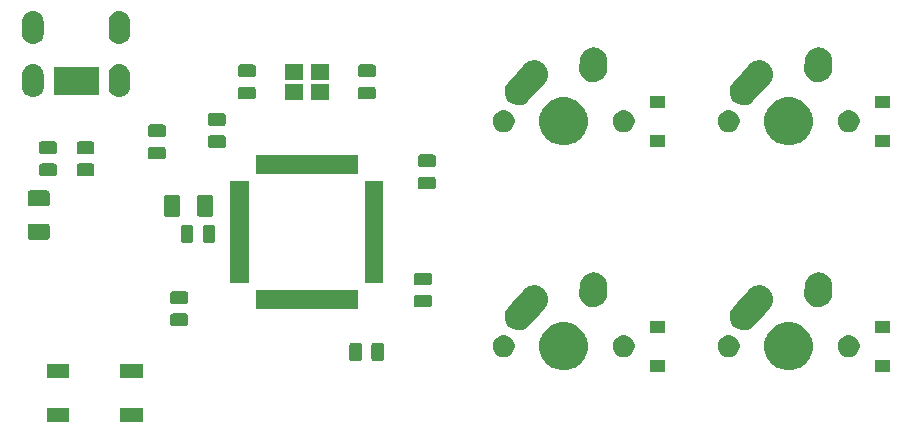
<source format=gbr>
G04 #@! TF.GenerationSoftware,KiCad,Pcbnew,(5.1.4)-1*
G04 #@! TF.CreationDate,2022-05-22T19:09:44+08:00*
G04 #@! TF.ProjectId,keyboard-pcb-tutorial,6b657962-6f61-4726-942d-7063622d7475,rev?*
G04 #@! TF.SameCoordinates,Original*
G04 #@! TF.FileFunction,Soldermask,Bot*
G04 #@! TF.FilePolarity,Negative*
%FSLAX46Y46*%
G04 Gerber Fmt 4.6, Leading zero omitted, Abs format (unit mm)*
G04 Created by KiCad (PCBNEW (5.1.4)-1) date 2022-05-22 19:09:44*
%MOMM*%
%LPD*%
G04 APERTURE LIST*
%ADD10C,0.100000*%
G04 APERTURE END LIST*
D10*
G36*
X104063500Y-117544750D02*
G01*
X102161500Y-117544750D01*
X102161500Y-116342750D01*
X104063500Y-116342750D01*
X104063500Y-117544750D01*
X104063500Y-117544750D01*
G37*
G36*
X97863500Y-117544750D02*
G01*
X95961500Y-117544750D01*
X95961500Y-116342750D01*
X97863500Y-116342750D01*
X97863500Y-117544750D01*
X97863500Y-117544750D01*
G37*
G36*
X97863500Y-113844750D02*
G01*
X95961500Y-113844750D01*
X95961500Y-112642750D01*
X97863500Y-112642750D01*
X97863500Y-113844750D01*
X97863500Y-113844750D01*
G37*
G36*
X104063500Y-113844750D02*
G01*
X102161500Y-113844750D01*
X102161500Y-112642750D01*
X104063500Y-112642750D01*
X104063500Y-113844750D01*
X104063500Y-113844750D01*
G37*
G36*
X167338500Y-113276000D02*
G01*
X166036500Y-113276000D01*
X166036500Y-112274000D01*
X167338500Y-112274000D01*
X167338500Y-113276000D01*
X167338500Y-113276000D01*
G37*
G36*
X148288500Y-113276000D02*
G01*
X146986500Y-113276000D01*
X146986500Y-112274000D01*
X148288500Y-112274000D01*
X148288500Y-113276000D01*
X148288500Y-113276000D01*
G37*
G36*
X140296474Y-109158684D02*
G01*
X140514474Y-109248983D01*
X140668623Y-109312833D01*
X141003548Y-109536623D01*
X141288377Y-109821452D01*
X141512167Y-110156377D01*
X141544562Y-110234586D01*
X141666316Y-110528526D01*
X141744900Y-110923594D01*
X141744900Y-111326406D01*
X141666316Y-111721474D01*
X141615451Y-111844272D01*
X141512167Y-112093623D01*
X141288377Y-112428548D01*
X141003548Y-112713377D01*
X140668623Y-112937167D01*
X140514474Y-113001017D01*
X140296474Y-113091316D01*
X139901406Y-113169900D01*
X139498594Y-113169900D01*
X139103526Y-113091316D01*
X138885526Y-113001017D01*
X138731377Y-112937167D01*
X138396452Y-112713377D01*
X138111623Y-112428548D01*
X137887833Y-112093623D01*
X137784549Y-111844272D01*
X137733684Y-111721474D01*
X137655100Y-111326406D01*
X137655100Y-110923594D01*
X137733684Y-110528526D01*
X137855438Y-110234586D01*
X137887833Y-110156377D01*
X138111623Y-109821452D01*
X138396452Y-109536623D01*
X138731377Y-109312833D01*
X138885526Y-109248983D01*
X139103526Y-109158684D01*
X139498594Y-109080100D01*
X139901406Y-109080100D01*
X140296474Y-109158684D01*
X140296474Y-109158684D01*
G37*
G36*
X159346474Y-109158684D02*
G01*
X159564474Y-109248983D01*
X159718623Y-109312833D01*
X160053548Y-109536623D01*
X160338377Y-109821452D01*
X160562167Y-110156377D01*
X160594562Y-110234586D01*
X160716316Y-110528526D01*
X160794900Y-110923594D01*
X160794900Y-111326406D01*
X160716316Y-111721474D01*
X160665451Y-111844272D01*
X160562167Y-112093623D01*
X160338377Y-112428548D01*
X160053548Y-112713377D01*
X159718623Y-112937167D01*
X159564474Y-113001017D01*
X159346474Y-113091316D01*
X158951406Y-113169900D01*
X158548594Y-113169900D01*
X158153526Y-113091316D01*
X157935526Y-113001017D01*
X157781377Y-112937167D01*
X157446452Y-112713377D01*
X157161623Y-112428548D01*
X156937833Y-112093623D01*
X156834549Y-111844272D01*
X156783684Y-111721474D01*
X156705100Y-111326406D01*
X156705100Y-110923594D01*
X156783684Y-110528526D01*
X156905438Y-110234586D01*
X156937833Y-110156377D01*
X157161623Y-109821452D01*
X157446452Y-109536623D01*
X157781377Y-109312833D01*
X157935526Y-109248983D01*
X158153526Y-109158684D01*
X158548594Y-109080100D01*
X158951406Y-109080100D01*
X159346474Y-109158684D01*
X159346474Y-109158684D01*
G37*
G36*
X122465718Y-110854815D02*
G01*
X122504388Y-110866546D01*
X122540027Y-110885596D01*
X122571267Y-110911233D01*
X122596904Y-110942473D01*
X122615954Y-110978112D01*
X122627685Y-111016782D01*
X122632250Y-111063138D01*
X122632250Y-112139362D01*
X122627685Y-112185718D01*
X122615954Y-112224388D01*
X122596904Y-112260027D01*
X122571267Y-112291267D01*
X122540027Y-112316904D01*
X122504388Y-112335954D01*
X122465718Y-112347685D01*
X122419362Y-112352250D01*
X121768138Y-112352250D01*
X121721782Y-112347685D01*
X121683112Y-112335954D01*
X121647473Y-112316904D01*
X121616233Y-112291267D01*
X121590596Y-112260027D01*
X121571546Y-112224388D01*
X121559815Y-112185718D01*
X121555250Y-112139362D01*
X121555250Y-111063138D01*
X121559815Y-111016782D01*
X121571546Y-110978112D01*
X121590596Y-110942473D01*
X121616233Y-110911233D01*
X121647473Y-110885596D01*
X121683112Y-110866546D01*
X121721782Y-110854815D01*
X121768138Y-110850250D01*
X122419362Y-110850250D01*
X122465718Y-110854815D01*
X122465718Y-110854815D01*
G37*
G36*
X124340718Y-110854815D02*
G01*
X124379388Y-110866546D01*
X124415027Y-110885596D01*
X124446267Y-110911233D01*
X124471904Y-110942473D01*
X124490954Y-110978112D01*
X124502685Y-111016782D01*
X124507250Y-111063138D01*
X124507250Y-112139362D01*
X124502685Y-112185718D01*
X124490954Y-112224388D01*
X124471904Y-112260027D01*
X124446267Y-112291267D01*
X124415027Y-112316904D01*
X124379388Y-112335954D01*
X124340718Y-112347685D01*
X124294362Y-112352250D01*
X123643138Y-112352250D01*
X123596782Y-112347685D01*
X123558112Y-112335954D01*
X123522473Y-112316904D01*
X123491233Y-112291267D01*
X123465596Y-112260027D01*
X123446546Y-112224388D01*
X123434815Y-112185718D01*
X123430250Y-112139362D01*
X123430250Y-111063138D01*
X123434815Y-111016782D01*
X123446546Y-110978112D01*
X123465596Y-110942473D01*
X123491233Y-110911233D01*
X123522473Y-110885596D01*
X123558112Y-110866546D01*
X123596782Y-110854815D01*
X123643138Y-110850250D01*
X124294362Y-110850250D01*
X124340718Y-110854815D01*
X124340718Y-110854815D01*
G37*
G36*
X134890104Y-110234585D02*
G01*
X135058626Y-110304389D01*
X135210291Y-110405728D01*
X135339272Y-110534709D01*
X135440611Y-110686374D01*
X135510415Y-110854896D01*
X135546000Y-111033797D01*
X135546000Y-111216203D01*
X135510415Y-111395104D01*
X135440611Y-111563626D01*
X135339272Y-111715291D01*
X135210291Y-111844272D01*
X135058626Y-111945611D01*
X134890104Y-112015415D01*
X134711203Y-112051000D01*
X134528797Y-112051000D01*
X134349896Y-112015415D01*
X134181374Y-111945611D01*
X134029709Y-111844272D01*
X133900728Y-111715291D01*
X133799389Y-111563626D01*
X133729585Y-111395104D01*
X133694000Y-111216203D01*
X133694000Y-111033797D01*
X133729585Y-110854896D01*
X133799389Y-110686374D01*
X133900728Y-110534709D01*
X134029709Y-110405728D01*
X134181374Y-110304389D01*
X134349896Y-110234585D01*
X134528797Y-110199000D01*
X134711203Y-110199000D01*
X134890104Y-110234585D01*
X134890104Y-110234585D01*
G37*
G36*
X145050104Y-110234585D02*
G01*
X145218626Y-110304389D01*
X145370291Y-110405728D01*
X145499272Y-110534709D01*
X145600611Y-110686374D01*
X145670415Y-110854896D01*
X145706000Y-111033797D01*
X145706000Y-111216203D01*
X145670415Y-111395104D01*
X145600611Y-111563626D01*
X145499272Y-111715291D01*
X145370291Y-111844272D01*
X145218626Y-111945611D01*
X145050104Y-112015415D01*
X144871203Y-112051000D01*
X144688797Y-112051000D01*
X144509896Y-112015415D01*
X144341374Y-111945611D01*
X144189709Y-111844272D01*
X144060728Y-111715291D01*
X143959389Y-111563626D01*
X143889585Y-111395104D01*
X143854000Y-111216203D01*
X143854000Y-111033797D01*
X143889585Y-110854896D01*
X143959389Y-110686374D01*
X144060728Y-110534709D01*
X144189709Y-110405728D01*
X144341374Y-110304389D01*
X144509896Y-110234585D01*
X144688797Y-110199000D01*
X144871203Y-110199000D01*
X145050104Y-110234585D01*
X145050104Y-110234585D01*
G37*
G36*
X164100104Y-110234585D02*
G01*
X164268626Y-110304389D01*
X164420291Y-110405728D01*
X164549272Y-110534709D01*
X164650611Y-110686374D01*
X164720415Y-110854896D01*
X164756000Y-111033797D01*
X164756000Y-111216203D01*
X164720415Y-111395104D01*
X164650611Y-111563626D01*
X164549272Y-111715291D01*
X164420291Y-111844272D01*
X164268626Y-111945611D01*
X164100104Y-112015415D01*
X163921203Y-112051000D01*
X163738797Y-112051000D01*
X163559896Y-112015415D01*
X163391374Y-111945611D01*
X163239709Y-111844272D01*
X163110728Y-111715291D01*
X163009389Y-111563626D01*
X162939585Y-111395104D01*
X162904000Y-111216203D01*
X162904000Y-111033797D01*
X162939585Y-110854896D01*
X163009389Y-110686374D01*
X163110728Y-110534709D01*
X163239709Y-110405728D01*
X163391374Y-110304389D01*
X163559896Y-110234585D01*
X163738797Y-110199000D01*
X163921203Y-110199000D01*
X164100104Y-110234585D01*
X164100104Y-110234585D01*
G37*
G36*
X153940104Y-110234585D02*
G01*
X154108626Y-110304389D01*
X154260291Y-110405728D01*
X154389272Y-110534709D01*
X154490611Y-110686374D01*
X154560415Y-110854896D01*
X154596000Y-111033797D01*
X154596000Y-111216203D01*
X154560415Y-111395104D01*
X154490611Y-111563626D01*
X154389272Y-111715291D01*
X154260291Y-111844272D01*
X154108626Y-111945611D01*
X153940104Y-112015415D01*
X153761203Y-112051000D01*
X153578797Y-112051000D01*
X153399896Y-112015415D01*
X153231374Y-111945611D01*
X153079709Y-111844272D01*
X152950728Y-111715291D01*
X152849389Y-111563626D01*
X152779585Y-111395104D01*
X152744000Y-111216203D01*
X152744000Y-111033797D01*
X152779585Y-110854896D01*
X152849389Y-110686374D01*
X152950728Y-110534709D01*
X153079709Y-110405728D01*
X153231374Y-110304389D01*
X153399896Y-110234585D01*
X153578797Y-110199000D01*
X153761203Y-110199000D01*
X153940104Y-110234585D01*
X153940104Y-110234585D01*
G37*
G36*
X167338500Y-109976000D02*
G01*
X166036500Y-109976000D01*
X166036500Y-108974000D01*
X167338500Y-108974000D01*
X167338500Y-109976000D01*
X167338500Y-109976000D01*
G37*
G36*
X148288500Y-109976000D02*
G01*
X146986500Y-109976000D01*
X146986500Y-108974000D01*
X148288500Y-108974000D01*
X148288500Y-109976000D01*
X148288500Y-109976000D01*
G37*
G36*
X156273205Y-105948881D02*
G01*
X156278645Y-105949000D01*
X156365828Y-105949000D01*
X156382097Y-105952236D01*
X156400956Y-105954515D01*
X156417532Y-105955246D01*
X156502223Y-105976010D01*
X156507518Y-105977184D01*
X156593027Y-105994193D01*
X156608362Y-106000545D01*
X156626401Y-106006455D01*
X156642521Y-106010407D01*
X156721504Y-106047280D01*
X156726494Y-106049477D01*
X156807045Y-106082842D01*
X156820841Y-106092060D01*
X156837393Y-106101382D01*
X156852426Y-106108400D01*
X156922694Y-106159971D01*
X156927192Y-106163122D01*
X156999656Y-106211541D01*
X157011383Y-106223268D01*
X157025809Y-106235648D01*
X157039179Y-106245461D01*
X157039180Y-106245462D01*
X157098021Y-106309733D01*
X157101829Y-106313714D01*
X157163459Y-106375344D01*
X157172674Y-106389135D01*
X157184396Y-106404078D01*
X157195605Y-106416321D01*
X157240799Y-106490874D01*
X157243746Y-106495501D01*
X157292158Y-106567955D01*
X157298505Y-106583277D01*
X157307092Y-106600231D01*
X157315691Y-106614417D01*
X157345478Y-106696368D01*
X157347452Y-106701448D01*
X157380807Y-106781973D01*
X157380807Y-106781974D01*
X157384041Y-106798233D01*
X157389158Y-106816542D01*
X157394825Y-106832134D01*
X157408055Y-106918345D01*
X157409001Y-106923713D01*
X157426000Y-107009173D01*
X157426000Y-107025752D01*
X157427444Y-107044692D01*
X157429963Y-107061104D01*
X157426120Y-107148249D01*
X157426000Y-107153689D01*
X157426000Y-107240825D01*
X157422766Y-107257083D01*
X157420488Y-107275941D01*
X157419756Y-107292531D01*
X157398988Y-107377237D01*
X157397812Y-107382537D01*
X157380807Y-107468027D01*
X157374457Y-107483357D01*
X157368549Y-107501393D01*
X157364595Y-107517520D01*
X157327711Y-107596526D01*
X157325511Y-107601523D01*
X157292158Y-107682045D01*
X157282944Y-107695835D01*
X157273622Y-107712387D01*
X157266602Y-107727424D01*
X157215011Y-107797720D01*
X157211866Y-107802210D01*
X157163461Y-107874654D01*
X157106460Y-107931655D01*
X157101811Y-107936563D01*
X156717125Y-108365296D01*
X155776723Y-109413376D01*
X155648679Y-109530602D01*
X155549630Y-109590646D01*
X155450583Y-109650689D01*
X155232866Y-109729823D01*
X155003895Y-109764961D01*
X154772470Y-109754754D01*
X154547481Y-109699593D01*
X154442727Y-109650689D01*
X154337579Y-109601602D01*
X154240838Y-109530602D01*
X154150823Y-109464539D01*
X154073997Y-109380623D01*
X153994398Y-109293679D01*
X153912564Y-109158685D01*
X153874311Y-109095583D01*
X153795177Y-108877866D01*
X153760039Y-108648895D01*
X153770246Y-108417470D01*
X153825407Y-108192481D01*
X153876972Y-108082028D01*
X153923398Y-107982580D01*
X153923400Y-107982577D01*
X154026114Y-107842622D01*
X154805147Y-106974388D01*
X155312787Y-106408621D01*
X155323681Y-106394589D01*
X155336539Y-106375346D01*
X155393573Y-106318312D01*
X155398223Y-106313403D01*
X155413278Y-106296624D01*
X155434701Y-106277011D01*
X155438682Y-106273203D01*
X155500346Y-106211539D01*
X155514143Y-106202320D01*
X155529102Y-106190585D01*
X155541321Y-106179398D01*
X155573385Y-106159961D01*
X155615830Y-106134231D01*
X155620421Y-106131308D01*
X155692955Y-106082842D01*
X155708300Y-106076486D01*
X155725248Y-106067901D01*
X155739416Y-106059312D01*
X155739417Y-106059312D01*
X155739418Y-106059311D01*
X155821312Y-106029545D01*
X155826410Y-106027563D01*
X155906973Y-105994193D01*
X155923252Y-105990955D01*
X155941542Y-105985844D01*
X155957135Y-105980177D01*
X156043300Y-105966954D01*
X156048663Y-105966009D01*
X156134173Y-105949000D01*
X156150766Y-105949000D01*
X156169709Y-105947555D01*
X156186106Y-105945039D01*
X156273205Y-105948881D01*
X156273205Y-105948881D01*
G37*
G36*
X137223205Y-105948881D02*
G01*
X137228645Y-105949000D01*
X137315828Y-105949000D01*
X137332097Y-105952236D01*
X137350956Y-105954515D01*
X137367532Y-105955246D01*
X137452223Y-105976010D01*
X137457518Y-105977184D01*
X137543027Y-105994193D01*
X137558362Y-106000545D01*
X137576401Y-106006455D01*
X137592521Y-106010407D01*
X137671504Y-106047280D01*
X137676494Y-106049477D01*
X137757045Y-106082842D01*
X137770841Y-106092060D01*
X137787393Y-106101382D01*
X137802426Y-106108400D01*
X137872694Y-106159971D01*
X137877192Y-106163122D01*
X137949656Y-106211541D01*
X137961383Y-106223268D01*
X137975809Y-106235648D01*
X137989179Y-106245461D01*
X137989180Y-106245462D01*
X138048021Y-106309733D01*
X138051829Y-106313714D01*
X138113459Y-106375344D01*
X138122674Y-106389135D01*
X138134396Y-106404078D01*
X138145605Y-106416321D01*
X138190799Y-106490874D01*
X138193746Y-106495501D01*
X138242158Y-106567955D01*
X138248505Y-106583277D01*
X138257092Y-106600231D01*
X138265691Y-106614417D01*
X138295478Y-106696368D01*
X138297452Y-106701448D01*
X138330807Y-106781973D01*
X138330807Y-106781974D01*
X138334041Y-106798233D01*
X138339158Y-106816542D01*
X138344825Y-106832134D01*
X138358055Y-106918345D01*
X138359001Y-106923713D01*
X138376000Y-107009173D01*
X138376000Y-107025752D01*
X138377444Y-107044692D01*
X138379963Y-107061104D01*
X138376120Y-107148249D01*
X138376000Y-107153689D01*
X138376000Y-107240825D01*
X138372766Y-107257083D01*
X138370488Y-107275941D01*
X138369756Y-107292531D01*
X138348988Y-107377237D01*
X138347812Y-107382537D01*
X138330807Y-107468027D01*
X138324457Y-107483357D01*
X138318549Y-107501393D01*
X138314595Y-107517520D01*
X138277711Y-107596526D01*
X138275511Y-107601523D01*
X138242158Y-107682045D01*
X138232944Y-107695835D01*
X138223622Y-107712387D01*
X138216602Y-107727424D01*
X138165011Y-107797720D01*
X138161866Y-107802210D01*
X138113461Y-107874654D01*
X138056460Y-107931655D01*
X138051811Y-107936563D01*
X137667125Y-108365296D01*
X136726723Y-109413376D01*
X136598679Y-109530602D01*
X136499630Y-109590646D01*
X136400583Y-109650689D01*
X136182866Y-109729823D01*
X135953895Y-109764961D01*
X135722470Y-109754754D01*
X135497481Y-109699593D01*
X135392727Y-109650689D01*
X135287579Y-109601602D01*
X135190838Y-109530602D01*
X135100823Y-109464539D01*
X135023997Y-109380623D01*
X134944398Y-109293679D01*
X134862564Y-109158685D01*
X134824311Y-109095583D01*
X134745177Y-108877866D01*
X134710039Y-108648895D01*
X134720246Y-108417470D01*
X134775407Y-108192481D01*
X134826972Y-108082028D01*
X134873398Y-107982580D01*
X134873400Y-107982577D01*
X134976114Y-107842622D01*
X135755147Y-106974388D01*
X136262787Y-106408621D01*
X136273681Y-106394589D01*
X136286539Y-106375346D01*
X136343573Y-106318312D01*
X136348223Y-106313403D01*
X136363278Y-106296624D01*
X136384701Y-106277011D01*
X136388682Y-106273203D01*
X136450346Y-106211539D01*
X136464143Y-106202320D01*
X136479102Y-106190585D01*
X136491321Y-106179398D01*
X136523385Y-106159961D01*
X136565830Y-106134231D01*
X136570421Y-106131308D01*
X136642955Y-106082842D01*
X136658300Y-106076486D01*
X136675248Y-106067901D01*
X136689416Y-106059312D01*
X136689417Y-106059312D01*
X136689418Y-106059311D01*
X136771312Y-106029545D01*
X136776410Y-106027563D01*
X136856973Y-105994193D01*
X136873252Y-105990955D01*
X136891542Y-105985844D01*
X136907135Y-105980177D01*
X136993300Y-105966954D01*
X136998663Y-105966009D01*
X137084173Y-105949000D01*
X137100766Y-105949000D01*
X137119709Y-105947555D01*
X137136106Y-105945039D01*
X137223205Y-105948881D01*
X137223205Y-105948881D01*
G37*
G36*
X107740718Y-108353565D02*
G01*
X107779388Y-108365296D01*
X107815027Y-108384346D01*
X107846267Y-108409983D01*
X107871904Y-108441223D01*
X107890954Y-108476862D01*
X107902685Y-108515532D01*
X107907250Y-108561888D01*
X107907250Y-109213112D01*
X107902685Y-109259468D01*
X107890954Y-109298138D01*
X107871904Y-109333777D01*
X107846267Y-109365017D01*
X107815027Y-109390654D01*
X107779388Y-109409704D01*
X107740718Y-109421435D01*
X107694362Y-109426000D01*
X106618138Y-109426000D01*
X106571782Y-109421435D01*
X106533112Y-109409704D01*
X106497473Y-109390654D01*
X106466233Y-109365017D01*
X106440596Y-109333777D01*
X106421546Y-109298138D01*
X106409815Y-109259468D01*
X106405250Y-109213112D01*
X106405250Y-108561888D01*
X106409815Y-108515532D01*
X106421546Y-108476862D01*
X106440596Y-108441223D01*
X106466233Y-108409983D01*
X106497473Y-108384346D01*
X106533112Y-108365296D01*
X106571782Y-108353565D01*
X106618138Y-108349000D01*
X107694362Y-108349000D01*
X107740718Y-108353565D01*
X107740718Y-108353565D01*
G37*
G36*
X122277250Y-107942250D02*
G01*
X113625250Y-107942250D01*
X113625250Y-106340250D01*
X122277250Y-106340250D01*
X122277250Y-107942250D01*
X122277250Y-107942250D01*
G37*
G36*
X128378218Y-106766065D02*
G01*
X128416888Y-106777796D01*
X128452527Y-106796846D01*
X128483767Y-106822483D01*
X128509404Y-106853723D01*
X128528454Y-106889362D01*
X128540185Y-106928032D01*
X128544750Y-106974388D01*
X128544750Y-107625612D01*
X128540185Y-107671968D01*
X128528454Y-107710638D01*
X128509404Y-107746277D01*
X128483767Y-107777517D01*
X128452527Y-107803154D01*
X128416888Y-107822204D01*
X128378218Y-107833935D01*
X128331862Y-107838500D01*
X127255638Y-107838500D01*
X127209282Y-107833935D01*
X127170612Y-107822204D01*
X127134973Y-107803154D01*
X127103733Y-107777517D01*
X127078096Y-107746277D01*
X127059046Y-107710638D01*
X127047315Y-107671968D01*
X127042750Y-107625612D01*
X127042750Y-106974388D01*
X127047315Y-106928032D01*
X127059046Y-106889362D01*
X127078096Y-106853723D01*
X127103733Y-106822483D01*
X127134973Y-106796846D01*
X127170612Y-106777796D01*
X127209282Y-106766065D01*
X127255638Y-106761500D01*
X128331862Y-106761500D01*
X128378218Y-106766065D01*
X128378218Y-106766065D01*
G37*
G36*
X142328127Y-104867261D02*
G01*
X142348900Y-104869000D01*
X142355827Y-104869000D01*
X142450754Y-104887882D01*
X142454348Y-104888542D01*
X142549730Y-104904624D01*
X142556203Y-104907085D01*
X142576228Y-104912841D01*
X142583027Y-104914193D01*
X142625720Y-104931877D01*
X142672443Y-104951230D01*
X142675844Y-104952581D01*
X142766255Y-104986961D01*
X142772127Y-104990640D01*
X142790636Y-105000187D01*
X142797045Y-105002842D01*
X142877563Y-105056642D01*
X142880554Y-105058578D01*
X142962557Y-105109959D01*
X142967584Y-105114700D01*
X142983896Y-105127691D01*
X142989652Y-105131537D01*
X143058110Y-105199995D01*
X143060689Y-105202499D01*
X143131090Y-105268889D01*
X143135095Y-105274519D01*
X143148559Y-105290444D01*
X143153459Y-105295344D01*
X143207244Y-105375839D01*
X143209291Y-105378807D01*
X143265380Y-105457645D01*
X143268214Y-105463958D01*
X143278308Y-105482193D01*
X143282158Y-105487955D01*
X143319220Y-105577430D01*
X143320624Y-105580685D01*
X143360265Y-105668973D01*
X143361815Y-105675725D01*
X143368152Y-105695562D01*
X143370807Y-105701973D01*
X143383791Y-105767250D01*
X143389692Y-105796917D01*
X143390438Y-105800401D01*
X143412098Y-105894751D01*
X143412098Y-105894754D01*
X143412300Y-105901654D01*
X143414647Y-105922370D01*
X143416000Y-105929174D01*
X143416000Y-106025986D01*
X143416053Y-106029584D01*
X143417188Y-106068277D01*
X143416295Y-106081225D01*
X143416000Y-106089797D01*
X143416000Y-106160826D01*
X143410081Y-106190585D01*
X143409604Y-106192979D01*
X143407500Y-106208750D01*
X143369238Y-106763545D01*
X143340376Y-106934730D01*
X143258038Y-107151255D01*
X143135041Y-107347557D01*
X142976111Y-107516090D01*
X142787355Y-107650380D01*
X142576027Y-107745265D01*
X142350249Y-107797098D01*
X142118698Y-107803889D01*
X142118697Y-107803889D01*
X142054843Y-107793123D01*
X141890270Y-107765376D01*
X141673745Y-107683038D01*
X141477443Y-107560041D01*
X141308910Y-107401111D01*
X141174620Y-107212355D01*
X141079735Y-107001027D01*
X141027902Y-106775249D01*
X141022812Y-106601723D01*
X141063704Y-106008794D01*
X141064000Y-106000196D01*
X141064000Y-105929175D01*
X141068519Y-105906455D01*
X141082888Y-105834219D01*
X141083544Y-105830645D01*
X141089231Y-105796917D01*
X141099624Y-105735270D01*
X141102085Y-105728799D01*
X141107842Y-105708767D01*
X141109193Y-105701974D01*
X141112392Y-105694250D01*
X141146264Y-105612476D01*
X141147553Y-105609230D01*
X141181962Y-105518745D01*
X141185636Y-105512881D01*
X141195187Y-105494365D01*
X141197842Y-105487955D01*
X141251657Y-105407415D01*
X141253577Y-105404449D01*
X141304959Y-105322443D01*
X141309711Y-105317404D01*
X141322689Y-105301107D01*
X141326537Y-105295348D01*
X141394993Y-105226892D01*
X141397546Y-105224262D01*
X141418023Y-105202548D01*
X141463889Y-105153910D01*
X141469521Y-105149903D01*
X141485447Y-105136438D01*
X141490346Y-105131539D01*
X141570824Y-105077766D01*
X141573806Y-105075710D01*
X141652645Y-105019620D01*
X141658955Y-105016787D01*
X141677194Y-105006691D01*
X141682951Y-105002844D01*
X141682954Y-105002843D01*
X141682955Y-105002842D01*
X141772429Y-104965781D01*
X141775687Y-104964375D01*
X141863973Y-104924735D01*
X141870725Y-104923185D01*
X141890562Y-104916848D01*
X141896973Y-104914193D01*
X141991899Y-104895311D01*
X141995446Y-104894551D01*
X142089751Y-104872901D01*
X142092130Y-104872831D01*
X142096665Y-104872698D01*
X142117381Y-104870351D01*
X142124174Y-104869000D01*
X142220959Y-104869000D01*
X142224584Y-104868947D01*
X142321302Y-104866110D01*
X142328127Y-104867261D01*
X142328127Y-104867261D01*
G37*
G36*
X161378127Y-104867261D02*
G01*
X161398900Y-104869000D01*
X161405827Y-104869000D01*
X161500754Y-104887882D01*
X161504348Y-104888542D01*
X161599730Y-104904624D01*
X161606203Y-104907085D01*
X161626228Y-104912841D01*
X161633027Y-104914193D01*
X161675720Y-104931877D01*
X161722443Y-104951230D01*
X161725844Y-104952581D01*
X161816255Y-104986961D01*
X161822127Y-104990640D01*
X161840636Y-105000187D01*
X161847045Y-105002842D01*
X161927563Y-105056642D01*
X161930554Y-105058578D01*
X162012557Y-105109959D01*
X162017584Y-105114700D01*
X162033896Y-105127691D01*
X162039652Y-105131537D01*
X162108110Y-105199995D01*
X162110689Y-105202499D01*
X162181090Y-105268889D01*
X162185095Y-105274519D01*
X162198559Y-105290444D01*
X162203459Y-105295344D01*
X162257244Y-105375839D01*
X162259291Y-105378807D01*
X162315380Y-105457645D01*
X162318214Y-105463958D01*
X162328308Y-105482193D01*
X162332158Y-105487955D01*
X162369220Y-105577430D01*
X162370624Y-105580685D01*
X162410265Y-105668973D01*
X162411815Y-105675725D01*
X162418152Y-105695562D01*
X162420807Y-105701973D01*
X162433791Y-105767250D01*
X162439692Y-105796917D01*
X162440438Y-105800401D01*
X162462098Y-105894751D01*
X162462098Y-105894754D01*
X162462300Y-105901654D01*
X162464647Y-105922370D01*
X162466000Y-105929174D01*
X162466000Y-106025986D01*
X162466053Y-106029584D01*
X162467188Y-106068277D01*
X162466295Y-106081225D01*
X162466000Y-106089797D01*
X162466000Y-106160826D01*
X162460081Y-106190585D01*
X162459604Y-106192979D01*
X162457500Y-106208750D01*
X162419238Y-106763545D01*
X162390376Y-106934730D01*
X162308038Y-107151255D01*
X162185041Y-107347557D01*
X162026111Y-107516090D01*
X161837355Y-107650380D01*
X161626027Y-107745265D01*
X161400249Y-107797098D01*
X161168698Y-107803889D01*
X161168697Y-107803889D01*
X161104843Y-107793123D01*
X160940270Y-107765376D01*
X160723745Y-107683038D01*
X160527443Y-107560041D01*
X160358910Y-107401111D01*
X160224620Y-107212355D01*
X160129735Y-107001027D01*
X160077902Y-106775249D01*
X160072812Y-106601723D01*
X160113704Y-106008794D01*
X160114000Y-106000196D01*
X160114000Y-105929175D01*
X160118519Y-105906455D01*
X160132888Y-105834219D01*
X160133544Y-105830645D01*
X160139231Y-105796917D01*
X160149624Y-105735270D01*
X160152085Y-105728799D01*
X160157842Y-105708767D01*
X160159193Y-105701974D01*
X160162392Y-105694250D01*
X160196264Y-105612476D01*
X160197553Y-105609230D01*
X160231962Y-105518745D01*
X160235636Y-105512881D01*
X160245187Y-105494365D01*
X160247842Y-105487955D01*
X160301657Y-105407415D01*
X160303577Y-105404449D01*
X160354959Y-105322443D01*
X160359711Y-105317404D01*
X160372689Y-105301107D01*
X160376537Y-105295348D01*
X160444993Y-105226892D01*
X160447546Y-105224262D01*
X160468023Y-105202548D01*
X160513889Y-105153910D01*
X160519521Y-105149903D01*
X160535447Y-105136438D01*
X160540346Y-105131539D01*
X160620824Y-105077766D01*
X160623806Y-105075710D01*
X160702645Y-105019620D01*
X160708955Y-105016787D01*
X160727194Y-105006691D01*
X160732951Y-105002844D01*
X160732954Y-105002843D01*
X160732955Y-105002842D01*
X160822429Y-104965781D01*
X160825687Y-104964375D01*
X160913973Y-104924735D01*
X160920725Y-104923185D01*
X160940562Y-104916848D01*
X160946973Y-104914193D01*
X161041899Y-104895311D01*
X161045446Y-104894551D01*
X161139751Y-104872901D01*
X161142130Y-104872831D01*
X161146665Y-104872698D01*
X161167381Y-104870351D01*
X161174174Y-104869000D01*
X161270959Y-104869000D01*
X161274584Y-104868947D01*
X161371302Y-104866110D01*
X161378127Y-104867261D01*
X161378127Y-104867261D01*
G37*
G36*
X107740718Y-106478565D02*
G01*
X107779388Y-106490296D01*
X107815027Y-106509346D01*
X107846267Y-106534983D01*
X107871904Y-106566223D01*
X107890954Y-106601862D01*
X107902685Y-106640532D01*
X107907250Y-106686888D01*
X107907250Y-107338112D01*
X107902685Y-107384468D01*
X107890954Y-107423138D01*
X107871904Y-107458777D01*
X107846267Y-107490017D01*
X107815027Y-107515654D01*
X107779388Y-107534704D01*
X107740718Y-107546435D01*
X107694362Y-107551000D01*
X106618138Y-107551000D01*
X106571782Y-107546435D01*
X106533112Y-107534704D01*
X106497473Y-107515654D01*
X106466233Y-107490017D01*
X106440596Y-107458777D01*
X106421546Y-107423138D01*
X106409815Y-107384468D01*
X106405250Y-107338112D01*
X106405250Y-106686888D01*
X106409815Y-106640532D01*
X106421546Y-106601862D01*
X106440596Y-106566223D01*
X106466233Y-106534983D01*
X106497473Y-106509346D01*
X106533112Y-106490296D01*
X106571782Y-106478565D01*
X106618138Y-106474000D01*
X107694362Y-106474000D01*
X107740718Y-106478565D01*
X107740718Y-106478565D01*
G37*
G36*
X128378218Y-104891065D02*
G01*
X128416888Y-104902796D01*
X128452527Y-104921846D01*
X128483767Y-104947483D01*
X128509404Y-104978723D01*
X128528454Y-105014362D01*
X128540185Y-105053032D01*
X128544750Y-105099388D01*
X128544750Y-105750612D01*
X128540185Y-105796968D01*
X128528454Y-105835638D01*
X128509404Y-105871277D01*
X128483767Y-105902517D01*
X128452527Y-105928154D01*
X128416888Y-105947204D01*
X128378218Y-105958935D01*
X128331862Y-105963500D01*
X127255638Y-105963500D01*
X127209282Y-105958935D01*
X127170612Y-105947204D01*
X127134973Y-105928154D01*
X127103733Y-105902517D01*
X127078096Y-105871277D01*
X127059046Y-105835638D01*
X127047315Y-105796968D01*
X127042750Y-105750612D01*
X127042750Y-105099388D01*
X127047315Y-105053032D01*
X127059046Y-105014362D01*
X127078096Y-104978723D01*
X127103733Y-104947483D01*
X127134973Y-104921846D01*
X127170612Y-104902796D01*
X127209282Y-104891065D01*
X127255638Y-104886500D01*
X128331862Y-104886500D01*
X128378218Y-104891065D01*
X128378218Y-104891065D01*
G37*
G36*
X113052250Y-105767250D02*
G01*
X111450250Y-105767250D01*
X111450250Y-97115250D01*
X113052250Y-97115250D01*
X113052250Y-105767250D01*
X113052250Y-105767250D01*
G37*
G36*
X124452250Y-105767250D02*
G01*
X122850250Y-105767250D01*
X122850250Y-97115250D01*
X124452250Y-97115250D01*
X124452250Y-105767250D01*
X124452250Y-105767250D01*
G37*
G36*
X108178218Y-100853565D02*
G01*
X108216888Y-100865296D01*
X108252527Y-100884346D01*
X108283767Y-100909983D01*
X108309404Y-100941223D01*
X108328454Y-100976862D01*
X108340185Y-101015532D01*
X108344750Y-101061888D01*
X108344750Y-102138112D01*
X108340185Y-102184468D01*
X108328454Y-102223138D01*
X108309404Y-102258777D01*
X108283767Y-102290017D01*
X108252527Y-102315654D01*
X108216888Y-102334704D01*
X108178218Y-102346435D01*
X108131862Y-102351000D01*
X107480638Y-102351000D01*
X107434282Y-102346435D01*
X107395612Y-102334704D01*
X107359973Y-102315654D01*
X107328733Y-102290017D01*
X107303096Y-102258777D01*
X107284046Y-102223138D01*
X107272315Y-102184468D01*
X107267750Y-102138112D01*
X107267750Y-101061888D01*
X107272315Y-101015532D01*
X107284046Y-100976862D01*
X107303096Y-100941223D01*
X107328733Y-100909983D01*
X107359973Y-100884346D01*
X107395612Y-100865296D01*
X107434282Y-100853565D01*
X107480638Y-100849000D01*
X108131862Y-100849000D01*
X108178218Y-100853565D01*
X108178218Y-100853565D01*
G37*
G36*
X110053218Y-100853565D02*
G01*
X110091888Y-100865296D01*
X110127527Y-100884346D01*
X110158767Y-100909983D01*
X110184404Y-100941223D01*
X110203454Y-100976862D01*
X110215185Y-101015532D01*
X110219750Y-101061888D01*
X110219750Y-102138112D01*
X110215185Y-102184468D01*
X110203454Y-102223138D01*
X110184404Y-102258777D01*
X110158767Y-102290017D01*
X110127527Y-102315654D01*
X110091888Y-102334704D01*
X110053218Y-102346435D01*
X110006862Y-102351000D01*
X109355638Y-102351000D01*
X109309282Y-102346435D01*
X109270612Y-102334704D01*
X109234973Y-102315654D01*
X109203733Y-102290017D01*
X109178096Y-102258777D01*
X109159046Y-102223138D01*
X109147315Y-102184468D01*
X109142750Y-102138112D01*
X109142750Y-101061888D01*
X109147315Y-101015532D01*
X109159046Y-100976862D01*
X109178096Y-100941223D01*
X109203733Y-100909983D01*
X109234973Y-100884346D01*
X109270612Y-100865296D01*
X109309282Y-100853565D01*
X109355638Y-100849000D01*
X110006862Y-100849000D01*
X110053218Y-100853565D01*
X110053218Y-100853565D01*
G37*
G36*
X96018604Y-100740847D02*
G01*
X96055144Y-100751932D01*
X96088821Y-100769933D01*
X96118341Y-100794159D01*
X96142567Y-100823679D01*
X96160568Y-100857356D01*
X96171653Y-100893896D01*
X96176000Y-100938038D01*
X96176000Y-101886962D01*
X96171653Y-101931104D01*
X96160568Y-101967644D01*
X96142567Y-102001321D01*
X96118341Y-102030841D01*
X96088821Y-102055067D01*
X96055144Y-102073068D01*
X96018604Y-102084153D01*
X95974462Y-102088500D01*
X94525538Y-102088500D01*
X94481396Y-102084153D01*
X94444856Y-102073068D01*
X94411179Y-102055067D01*
X94381659Y-102030841D01*
X94357433Y-102001321D01*
X94339432Y-101967644D01*
X94328347Y-101931104D01*
X94324000Y-101886962D01*
X94324000Y-100938038D01*
X94328347Y-100893896D01*
X94339432Y-100857356D01*
X94357433Y-100823679D01*
X94381659Y-100794159D01*
X94411179Y-100769933D01*
X94444856Y-100751932D01*
X94481396Y-100740847D01*
X94525538Y-100736500D01*
X95974462Y-100736500D01*
X96018604Y-100740847D01*
X96018604Y-100740847D01*
G37*
G36*
X109868604Y-98297097D02*
G01*
X109905144Y-98308182D01*
X109938821Y-98326183D01*
X109968341Y-98350409D01*
X109992567Y-98379929D01*
X110010568Y-98413606D01*
X110021653Y-98450146D01*
X110026000Y-98494288D01*
X110026000Y-99943212D01*
X110021653Y-99987354D01*
X110010568Y-100023894D01*
X109992567Y-100057571D01*
X109968341Y-100087091D01*
X109938821Y-100111317D01*
X109905144Y-100129318D01*
X109868604Y-100140403D01*
X109824462Y-100144750D01*
X108875538Y-100144750D01*
X108831396Y-100140403D01*
X108794856Y-100129318D01*
X108761179Y-100111317D01*
X108731659Y-100087091D01*
X108707433Y-100057571D01*
X108689432Y-100023894D01*
X108678347Y-99987354D01*
X108674000Y-99943212D01*
X108674000Y-98494288D01*
X108678347Y-98450146D01*
X108689432Y-98413606D01*
X108707433Y-98379929D01*
X108731659Y-98350409D01*
X108761179Y-98326183D01*
X108794856Y-98308182D01*
X108831396Y-98297097D01*
X108875538Y-98292750D01*
X109824462Y-98292750D01*
X109868604Y-98297097D01*
X109868604Y-98297097D01*
G37*
G36*
X107068604Y-98297097D02*
G01*
X107105144Y-98308182D01*
X107138821Y-98326183D01*
X107168341Y-98350409D01*
X107192567Y-98379929D01*
X107210568Y-98413606D01*
X107221653Y-98450146D01*
X107226000Y-98494288D01*
X107226000Y-99943212D01*
X107221653Y-99987354D01*
X107210568Y-100023894D01*
X107192567Y-100057571D01*
X107168341Y-100087091D01*
X107138821Y-100111317D01*
X107105144Y-100129318D01*
X107068604Y-100140403D01*
X107024462Y-100144750D01*
X106075538Y-100144750D01*
X106031396Y-100140403D01*
X105994856Y-100129318D01*
X105961179Y-100111317D01*
X105931659Y-100087091D01*
X105907433Y-100057571D01*
X105889432Y-100023894D01*
X105878347Y-99987354D01*
X105874000Y-99943212D01*
X105874000Y-98494288D01*
X105878347Y-98450146D01*
X105889432Y-98413606D01*
X105907433Y-98379929D01*
X105931659Y-98350409D01*
X105961179Y-98326183D01*
X105994856Y-98308182D01*
X106031396Y-98297097D01*
X106075538Y-98292750D01*
X107024462Y-98292750D01*
X107068604Y-98297097D01*
X107068604Y-98297097D01*
G37*
G36*
X96018604Y-97940847D02*
G01*
X96055144Y-97951932D01*
X96088821Y-97969933D01*
X96118341Y-97994159D01*
X96142567Y-98023679D01*
X96160568Y-98057356D01*
X96171653Y-98093896D01*
X96176000Y-98138038D01*
X96176000Y-99086962D01*
X96171653Y-99131104D01*
X96160568Y-99167644D01*
X96142567Y-99201321D01*
X96118341Y-99230841D01*
X96088821Y-99255067D01*
X96055144Y-99273068D01*
X96018604Y-99284153D01*
X95974462Y-99288500D01*
X94525538Y-99288500D01*
X94481396Y-99284153D01*
X94444856Y-99273068D01*
X94411179Y-99255067D01*
X94381659Y-99230841D01*
X94357433Y-99201321D01*
X94339432Y-99167644D01*
X94328347Y-99131104D01*
X94324000Y-99086962D01*
X94324000Y-98138038D01*
X94328347Y-98093896D01*
X94339432Y-98057356D01*
X94357433Y-98023679D01*
X94381659Y-97994159D01*
X94411179Y-97969933D01*
X94444856Y-97951932D01*
X94481396Y-97940847D01*
X94525538Y-97936500D01*
X95974462Y-97936500D01*
X96018604Y-97940847D01*
X96018604Y-97940847D01*
G37*
G36*
X128695718Y-96764815D02*
G01*
X128734388Y-96776546D01*
X128770027Y-96795596D01*
X128801267Y-96821233D01*
X128826904Y-96852473D01*
X128845954Y-96888112D01*
X128857685Y-96926782D01*
X128862250Y-96973138D01*
X128862250Y-97624362D01*
X128857685Y-97670718D01*
X128845954Y-97709388D01*
X128826904Y-97745027D01*
X128801267Y-97776267D01*
X128770027Y-97801904D01*
X128734388Y-97820954D01*
X128695718Y-97832685D01*
X128649362Y-97837250D01*
X127573138Y-97837250D01*
X127526782Y-97832685D01*
X127488112Y-97820954D01*
X127452473Y-97801904D01*
X127421233Y-97776267D01*
X127395596Y-97745027D01*
X127376546Y-97709388D01*
X127364815Y-97670718D01*
X127360250Y-97624362D01*
X127360250Y-96973138D01*
X127364815Y-96926782D01*
X127376546Y-96888112D01*
X127395596Y-96852473D01*
X127421233Y-96821233D01*
X127452473Y-96795596D01*
X127488112Y-96776546D01*
X127526782Y-96764815D01*
X127573138Y-96760250D01*
X128649362Y-96760250D01*
X128695718Y-96764815D01*
X128695718Y-96764815D01*
G37*
G36*
X96628218Y-95653565D02*
G01*
X96666888Y-95665296D01*
X96702527Y-95684346D01*
X96733767Y-95709983D01*
X96759404Y-95741223D01*
X96778454Y-95776862D01*
X96790185Y-95815532D01*
X96794750Y-95861888D01*
X96794750Y-96513112D01*
X96790185Y-96559468D01*
X96778454Y-96598138D01*
X96759404Y-96633777D01*
X96733767Y-96665017D01*
X96702527Y-96690654D01*
X96666888Y-96709704D01*
X96628218Y-96721435D01*
X96581862Y-96726000D01*
X95505638Y-96726000D01*
X95459282Y-96721435D01*
X95420612Y-96709704D01*
X95384973Y-96690654D01*
X95353733Y-96665017D01*
X95328096Y-96633777D01*
X95309046Y-96598138D01*
X95297315Y-96559468D01*
X95292750Y-96513112D01*
X95292750Y-95861888D01*
X95297315Y-95815532D01*
X95309046Y-95776862D01*
X95328096Y-95741223D01*
X95353733Y-95709983D01*
X95384973Y-95684346D01*
X95420612Y-95665296D01*
X95459282Y-95653565D01*
X95505638Y-95649000D01*
X96581862Y-95649000D01*
X96628218Y-95653565D01*
X96628218Y-95653565D01*
G37*
G36*
X99803218Y-95653565D02*
G01*
X99841888Y-95665296D01*
X99877527Y-95684346D01*
X99908767Y-95709983D01*
X99934404Y-95741223D01*
X99953454Y-95776862D01*
X99965185Y-95815532D01*
X99969750Y-95861888D01*
X99969750Y-96513112D01*
X99965185Y-96559468D01*
X99953454Y-96598138D01*
X99934404Y-96633777D01*
X99908767Y-96665017D01*
X99877527Y-96690654D01*
X99841888Y-96709704D01*
X99803218Y-96721435D01*
X99756862Y-96726000D01*
X98680638Y-96726000D01*
X98634282Y-96721435D01*
X98595612Y-96709704D01*
X98559973Y-96690654D01*
X98528733Y-96665017D01*
X98503096Y-96633777D01*
X98484046Y-96598138D01*
X98472315Y-96559468D01*
X98467750Y-96513112D01*
X98467750Y-95861888D01*
X98472315Y-95815532D01*
X98484046Y-95776862D01*
X98503096Y-95741223D01*
X98528733Y-95709983D01*
X98559973Y-95684346D01*
X98595612Y-95665296D01*
X98634282Y-95653565D01*
X98680638Y-95649000D01*
X99756862Y-95649000D01*
X99803218Y-95653565D01*
X99803218Y-95653565D01*
G37*
G36*
X122277250Y-96542250D02*
G01*
X113625250Y-96542250D01*
X113625250Y-94940250D01*
X122277250Y-94940250D01*
X122277250Y-96542250D01*
X122277250Y-96542250D01*
G37*
G36*
X128695718Y-94889815D02*
G01*
X128734388Y-94901546D01*
X128770027Y-94920596D01*
X128801267Y-94946233D01*
X128826904Y-94977473D01*
X128845954Y-95013112D01*
X128857685Y-95051782D01*
X128862250Y-95098138D01*
X128862250Y-95749362D01*
X128857685Y-95795718D01*
X128845954Y-95834388D01*
X128826904Y-95870027D01*
X128801267Y-95901267D01*
X128770027Y-95926904D01*
X128734388Y-95945954D01*
X128695718Y-95957685D01*
X128649362Y-95962250D01*
X127573138Y-95962250D01*
X127526782Y-95957685D01*
X127488112Y-95945954D01*
X127452473Y-95926904D01*
X127421233Y-95901267D01*
X127395596Y-95870027D01*
X127376546Y-95834388D01*
X127364815Y-95795718D01*
X127360250Y-95749362D01*
X127360250Y-95098138D01*
X127364815Y-95051782D01*
X127376546Y-95013112D01*
X127395596Y-94977473D01*
X127421233Y-94946233D01*
X127452473Y-94920596D01*
X127488112Y-94901546D01*
X127526782Y-94889815D01*
X127573138Y-94885250D01*
X128649362Y-94885250D01*
X128695718Y-94889815D01*
X128695718Y-94889815D01*
G37*
G36*
X105835718Y-94224815D02*
G01*
X105874388Y-94236546D01*
X105910027Y-94255596D01*
X105941267Y-94281233D01*
X105966904Y-94312473D01*
X105985954Y-94348112D01*
X105997685Y-94386782D01*
X106002250Y-94433138D01*
X106002250Y-95084362D01*
X105997685Y-95130718D01*
X105985954Y-95169388D01*
X105966904Y-95205027D01*
X105941267Y-95236267D01*
X105910027Y-95261904D01*
X105874388Y-95280954D01*
X105835718Y-95292685D01*
X105789362Y-95297250D01*
X104713138Y-95297250D01*
X104666782Y-95292685D01*
X104628112Y-95280954D01*
X104592473Y-95261904D01*
X104561233Y-95236267D01*
X104535596Y-95205027D01*
X104516546Y-95169388D01*
X104504815Y-95130718D01*
X104500250Y-95084362D01*
X104500250Y-94433138D01*
X104504815Y-94386782D01*
X104516546Y-94348112D01*
X104535596Y-94312473D01*
X104561233Y-94281233D01*
X104592473Y-94255596D01*
X104628112Y-94236546D01*
X104666782Y-94224815D01*
X104713138Y-94220250D01*
X105789362Y-94220250D01*
X105835718Y-94224815D01*
X105835718Y-94224815D01*
G37*
G36*
X99803218Y-93778565D02*
G01*
X99841888Y-93790296D01*
X99877527Y-93809346D01*
X99908767Y-93834983D01*
X99934404Y-93866223D01*
X99953454Y-93901862D01*
X99965185Y-93940532D01*
X99969750Y-93986888D01*
X99969750Y-94638112D01*
X99965185Y-94684468D01*
X99953454Y-94723138D01*
X99934404Y-94758777D01*
X99908767Y-94790017D01*
X99877527Y-94815654D01*
X99841888Y-94834704D01*
X99803218Y-94846435D01*
X99756862Y-94851000D01*
X98680638Y-94851000D01*
X98634282Y-94846435D01*
X98595612Y-94834704D01*
X98559973Y-94815654D01*
X98528733Y-94790017D01*
X98503096Y-94758777D01*
X98484046Y-94723138D01*
X98472315Y-94684468D01*
X98467750Y-94638112D01*
X98467750Y-93986888D01*
X98472315Y-93940532D01*
X98484046Y-93901862D01*
X98503096Y-93866223D01*
X98528733Y-93834983D01*
X98559973Y-93809346D01*
X98595612Y-93790296D01*
X98634282Y-93778565D01*
X98680638Y-93774000D01*
X99756862Y-93774000D01*
X99803218Y-93778565D01*
X99803218Y-93778565D01*
G37*
G36*
X96628218Y-93778565D02*
G01*
X96666888Y-93790296D01*
X96702527Y-93809346D01*
X96733767Y-93834983D01*
X96759404Y-93866223D01*
X96778454Y-93901862D01*
X96790185Y-93940532D01*
X96794750Y-93986888D01*
X96794750Y-94638112D01*
X96790185Y-94684468D01*
X96778454Y-94723138D01*
X96759404Y-94758777D01*
X96733767Y-94790017D01*
X96702527Y-94815654D01*
X96666888Y-94834704D01*
X96628218Y-94846435D01*
X96581862Y-94851000D01*
X95505638Y-94851000D01*
X95459282Y-94846435D01*
X95420612Y-94834704D01*
X95384973Y-94815654D01*
X95353733Y-94790017D01*
X95328096Y-94758777D01*
X95309046Y-94723138D01*
X95297315Y-94684468D01*
X95292750Y-94638112D01*
X95292750Y-93986888D01*
X95297315Y-93940532D01*
X95309046Y-93901862D01*
X95328096Y-93866223D01*
X95353733Y-93834983D01*
X95384973Y-93809346D01*
X95420612Y-93790296D01*
X95459282Y-93778565D01*
X95505638Y-93774000D01*
X96581862Y-93774000D01*
X96628218Y-93778565D01*
X96628218Y-93778565D01*
G37*
G36*
X110915718Y-93272315D02*
G01*
X110954388Y-93284046D01*
X110990027Y-93303096D01*
X111021267Y-93328733D01*
X111046904Y-93359973D01*
X111065954Y-93395612D01*
X111077685Y-93434282D01*
X111082250Y-93480638D01*
X111082250Y-94131862D01*
X111077685Y-94178218D01*
X111065954Y-94216888D01*
X111046904Y-94252527D01*
X111021267Y-94283767D01*
X110990027Y-94309404D01*
X110954388Y-94328454D01*
X110915718Y-94340185D01*
X110869362Y-94344750D01*
X109793138Y-94344750D01*
X109746782Y-94340185D01*
X109708112Y-94328454D01*
X109672473Y-94309404D01*
X109641233Y-94283767D01*
X109615596Y-94252527D01*
X109596546Y-94216888D01*
X109584815Y-94178218D01*
X109580250Y-94131862D01*
X109580250Y-93480638D01*
X109584815Y-93434282D01*
X109596546Y-93395612D01*
X109615596Y-93359973D01*
X109641233Y-93328733D01*
X109672473Y-93303096D01*
X109708112Y-93284046D01*
X109746782Y-93272315D01*
X109793138Y-93267750D01*
X110869362Y-93267750D01*
X110915718Y-93272315D01*
X110915718Y-93272315D01*
G37*
G36*
X167338500Y-94226000D02*
G01*
X166036500Y-94226000D01*
X166036500Y-93224000D01*
X167338500Y-93224000D01*
X167338500Y-94226000D01*
X167338500Y-94226000D01*
G37*
G36*
X148288500Y-94226000D02*
G01*
X146986500Y-94226000D01*
X146986500Y-93224000D01*
X148288500Y-93224000D01*
X148288500Y-94226000D01*
X148288500Y-94226000D01*
G37*
G36*
X159346474Y-90108684D02*
G01*
X159461349Y-90156267D01*
X159718623Y-90262833D01*
X160053548Y-90486623D01*
X160338377Y-90771452D01*
X160562167Y-91106377D01*
X160594562Y-91184586D01*
X160716316Y-91478526D01*
X160794900Y-91873594D01*
X160794900Y-92276406D01*
X160716316Y-92671474D01*
X160665451Y-92794272D01*
X160562167Y-93043623D01*
X160338377Y-93378548D01*
X160053548Y-93663377D01*
X159718623Y-93887167D01*
X159590560Y-93940212D01*
X159346474Y-94041316D01*
X158951406Y-94119900D01*
X158548594Y-94119900D01*
X158153526Y-94041316D01*
X157909440Y-93940212D01*
X157781377Y-93887167D01*
X157446452Y-93663377D01*
X157161623Y-93378548D01*
X156937833Y-93043623D01*
X156834549Y-92794272D01*
X156783684Y-92671474D01*
X156705100Y-92276406D01*
X156705100Y-91873594D01*
X156783684Y-91478526D01*
X156905438Y-91184586D01*
X156937833Y-91106377D01*
X157161623Y-90771452D01*
X157446452Y-90486623D01*
X157781377Y-90262833D01*
X158038651Y-90156267D01*
X158153526Y-90108684D01*
X158548594Y-90030100D01*
X158951406Y-90030100D01*
X159346474Y-90108684D01*
X159346474Y-90108684D01*
G37*
G36*
X140296474Y-90108684D02*
G01*
X140411349Y-90156267D01*
X140668623Y-90262833D01*
X141003548Y-90486623D01*
X141288377Y-90771452D01*
X141512167Y-91106377D01*
X141544562Y-91184586D01*
X141666316Y-91478526D01*
X141744900Y-91873594D01*
X141744900Y-92276406D01*
X141666316Y-92671474D01*
X141615451Y-92794272D01*
X141512167Y-93043623D01*
X141288377Y-93378548D01*
X141003548Y-93663377D01*
X140668623Y-93887167D01*
X140540560Y-93940212D01*
X140296474Y-94041316D01*
X139901406Y-94119900D01*
X139498594Y-94119900D01*
X139103526Y-94041316D01*
X138859440Y-93940212D01*
X138731377Y-93887167D01*
X138396452Y-93663377D01*
X138111623Y-93378548D01*
X137887833Y-93043623D01*
X137784549Y-92794272D01*
X137733684Y-92671474D01*
X137655100Y-92276406D01*
X137655100Y-91873594D01*
X137733684Y-91478526D01*
X137855438Y-91184586D01*
X137887833Y-91106377D01*
X138111623Y-90771452D01*
X138396452Y-90486623D01*
X138731377Y-90262833D01*
X138988651Y-90156267D01*
X139103526Y-90108684D01*
X139498594Y-90030100D01*
X139901406Y-90030100D01*
X140296474Y-90108684D01*
X140296474Y-90108684D01*
G37*
G36*
X105835718Y-92349815D02*
G01*
X105874388Y-92361546D01*
X105910027Y-92380596D01*
X105941267Y-92406233D01*
X105966904Y-92437473D01*
X105985954Y-92473112D01*
X105997685Y-92511782D01*
X106002250Y-92558138D01*
X106002250Y-93209362D01*
X105997685Y-93255718D01*
X105985954Y-93294388D01*
X105966904Y-93330027D01*
X105941267Y-93361267D01*
X105910027Y-93386904D01*
X105874388Y-93405954D01*
X105835718Y-93417685D01*
X105789362Y-93422250D01*
X104713138Y-93422250D01*
X104666782Y-93417685D01*
X104628112Y-93405954D01*
X104592473Y-93386904D01*
X104561233Y-93361267D01*
X104535596Y-93330027D01*
X104516546Y-93294388D01*
X104504815Y-93255718D01*
X104500250Y-93209362D01*
X104500250Y-92558138D01*
X104504815Y-92511782D01*
X104516546Y-92473112D01*
X104535596Y-92437473D01*
X104561233Y-92406233D01*
X104592473Y-92380596D01*
X104628112Y-92361546D01*
X104666782Y-92349815D01*
X104713138Y-92345250D01*
X105789362Y-92345250D01*
X105835718Y-92349815D01*
X105835718Y-92349815D01*
G37*
G36*
X164100104Y-91184585D02*
G01*
X164268626Y-91254389D01*
X164420291Y-91355728D01*
X164549272Y-91484709D01*
X164650611Y-91636374D01*
X164720415Y-91804896D01*
X164756000Y-91983797D01*
X164756000Y-92166203D01*
X164720415Y-92345104D01*
X164650611Y-92513626D01*
X164549272Y-92665291D01*
X164420291Y-92794272D01*
X164268626Y-92895611D01*
X164100104Y-92965415D01*
X163921203Y-93001000D01*
X163738797Y-93001000D01*
X163559896Y-92965415D01*
X163391374Y-92895611D01*
X163239709Y-92794272D01*
X163110728Y-92665291D01*
X163009389Y-92513626D01*
X162939585Y-92345104D01*
X162904000Y-92166203D01*
X162904000Y-91983797D01*
X162939585Y-91804896D01*
X163009389Y-91636374D01*
X163110728Y-91484709D01*
X163239709Y-91355728D01*
X163391374Y-91254389D01*
X163559896Y-91184585D01*
X163738797Y-91149000D01*
X163921203Y-91149000D01*
X164100104Y-91184585D01*
X164100104Y-91184585D01*
G37*
G36*
X134890104Y-91184585D02*
G01*
X135058626Y-91254389D01*
X135210291Y-91355728D01*
X135339272Y-91484709D01*
X135440611Y-91636374D01*
X135510415Y-91804896D01*
X135546000Y-91983797D01*
X135546000Y-92166203D01*
X135510415Y-92345104D01*
X135440611Y-92513626D01*
X135339272Y-92665291D01*
X135210291Y-92794272D01*
X135058626Y-92895611D01*
X134890104Y-92965415D01*
X134711203Y-93001000D01*
X134528797Y-93001000D01*
X134349896Y-92965415D01*
X134181374Y-92895611D01*
X134029709Y-92794272D01*
X133900728Y-92665291D01*
X133799389Y-92513626D01*
X133729585Y-92345104D01*
X133694000Y-92166203D01*
X133694000Y-91983797D01*
X133729585Y-91804896D01*
X133799389Y-91636374D01*
X133900728Y-91484709D01*
X134029709Y-91355728D01*
X134181374Y-91254389D01*
X134349896Y-91184585D01*
X134528797Y-91149000D01*
X134711203Y-91149000D01*
X134890104Y-91184585D01*
X134890104Y-91184585D01*
G37*
G36*
X145050104Y-91184585D02*
G01*
X145218626Y-91254389D01*
X145370291Y-91355728D01*
X145499272Y-91484709D01*
X145600611Y-91636374D01*
X145670415Y-91804896D01*
X145706000Y-91983797D01*
X145706000Y-92166203D01*
X145670415Y-92345104D01*
X145600611Y-92513626D01*
X145499272Y-92665291D01*
X145370291Y-92794272D01*
X145218626Y-92895611D01*
X145050104Y-92965415D01*
X144871203Y-93001000D01*
X144688797Y-93001000D01*
X144509896Y-92965415D01*
X144341374Y-92895611D01*
X144189709Y-92794272D01*
X144060728Y-92665291D01*
X143959389Y-92513626D01*
X143889585Y-92345104D01*
X143854000Y-92166203D01*
X143854000Y-91983797D01*
X143889585Y-91804896D01*
X143959389Y-91636374D01*
X144060728Y-91484709D01*
X144189709Y-91355728D01*
X144341374Y-91254389D01*
X144509896Y-91184585D01*
X144688797Y-91149000D01*
X144871203Y-91149000D01*
X145050104Y-91184585D01*
X145050104Y-91184585D01*
G37*
G36*
X153940104Y-91184585D02*
G01*
X154108626Y-91254389D01*
X154260291Y-91355728D01*
X154389272Y-91484709D01*
X154490611Y-91636374D01*
X154560415Y-91804896D01*
X154596000Y-91983797D01*
X154596000Y-92166203D01*
X154560415Y-92345104D01*
X154490611Y-92513626D01*
X154389272Y-92665291D01*
X154260291Y-92794272D01*
X154108626Y-92895611D01*
X153940104Y-92965415D01*
X153761203Y-93001000D01*
X153578797Y-93001000D01*
X153399896Y-92965415D01*
X153231374Y-92895611D01*
X153079709Y-92794272D01*
X152950728Y-92665291D01*
X152849389Y-92513626D01*
X152779585Y-92345104D01*
X152744000Y-92166203D01*
X152744000Y-91983797D01*
X152779585Y-91804896D01*
X152849389Y-91636374D01*
X152950728Y-91484709D01*
X153079709Y-91355728D01*
X153231374Y-91254389D01*
X153399896Y-91184585D01*
X153578797Y-91149000D01*
X153761203Y-91149000D01*
X153940104Y-91184585D01*
X153940104Y-91184585D01*
G37*
G36*
X110915718Y-91397315D02*
G01*
X110954388Y-91409046D01*
X110990027Y-91428096D01*
X111021267Y-91453733D01*
X111046904Y-91484973D01*
X111065954Y-91520612D01*
X111077685Y-91559282D01*
X111082250Y-91605638D01*
X111082250Y-92256862D01*
X111077685Y-92303218D01*
X111065954Y-92341888D01*
X111046904Y-92377527D01*
X111021267Y-92408767D01*
X110990027Y-92434404D01*
X110954388Y-92453454D01*
X110915718Y-92465185D01*
X110869362Y-92469750D01*
X109793138Y-92469750D01*
X109746782Y-92465185D01*
X109708112Y-92453454D01*
X109672473Y-92434404D01*
X109641233Y-92408767D01*
X109615596Y-92377527D01*
X109596546Y-92341888D01*
X109584815Y-92303218D01*
X109580250Y-92256862D01*
X109580250Y-91605638D01*
X109584815Y-91559282D01*
X109596546Y-91520612D01*
X109615596Y-91484973D01*
X109641233Y-91453733D01*
X109672473Y-91428096D01*
X109708112Y-91409046D01*
X109746782Y-91397315D01*
X109793138Y-91392750D01*
X110869362Y-91392750D01*
X110915718Y-91397315D01*
X110915718Y-91397315D01*
G37*
G36*
X148288500Y-90926000D02*
G01*
X146986500Y-90926000D01*
X146986500Y-89924000D01*
X148288500Y-89924000D01*
X148288500Y-90926000D01*
X148288500Y-90926000D01*
G37*
G36*
X167338500Y-90926000D02*
G01*
X166036500Y-90926000D01*
X166036500Y-89924000D01*
X167338500Y-89924000D01*
X167338500Y-90926000D01*
X167338500Y-90926000D01*
G37*
G36*
X137223205Y-86898881D02*
G01*
X137228645Y-86899000D01*
X137315828Y-86899000D01*
X137332097Y-86902236D01*
X137350956Y-86904515D01*
X137367532Y-86905246D01*
X137452223Y-86926010D01*
X137457518Y-86927184D01*
X137543027Y-86944193D01*
X137558362Y-86950545D01*
X137576401Y-86956455D01*
X137592521Y-86960407D01*
X137671504Y-86997280D01*
X137676494Y-86999477D01*
X137757045Y-87032842D01*
X137770841Y-87042060D01*
X137787393Y-87051382D01*
X137802426Y-87058400D01*
X137872694Y-87109971D01*
X137877192Y-87113122D01*
X137949656Y-87161541D01*
X137961383Y-87173268D01*
X137975809Y-87185648D01*
X137989179Y-87195461D01*
X138038687Y-87249537D01*
X138048021Y-87259733D01*
X138051829Y-87263714D01*
X138113459Y-87325344D01*
X138122674Y-87339135D01*
X138134396Y-87354078D01*
X138145605Y-87366321D01*
X138190799Y-87440874D01*
X138193746Y-87445501D01*
X138242158Y-87517955D01*
X138248505Y-87533277D01*
X138257092Y-87550231D01*
X138265691Y-87564417D01*
X138295478Y-87646368D01*
X138297452Y-87651448D01*
X138330807Y-87731973D01*
X138330807Y-87731974D01*
X138334041Y-87748233D01*
X138339158Y-87766542D01*
X138344825Y-87782134D01*
X138358055Y-87868345D01*
X138359001Y-87873713D01*
X138376000Y-87959173D01*
X138376000Y-87975752D01*
X138377444Y-87994692D01*
X138379963Y-88011104D01*
X138376120Y-88098249D01*
X138376000Y-88103689D01*
X138376000Y-88190825D01*
X138372766Y-88207083D01*
X138370488Y-88225941D01*
X138369756Y-88242531D01*
X138348988Y-88327237D01*
X138347812Y-88332537D01*
X138330807Y-88418027D01*
X138324457Y-88433357D01*
X138318549Y-88451393D01*
X138314595Y-88467520D01*
X138277711Y-88546526D01*
X138275511Y-88551523D01*
X138242158Y-88632045D01*
X138232944Y-88645835D01*
X138223622Y-88662387D01*
X138216602Y-88677424D01*
X138165011Y-88747720D01*
X138161866Y-88752210D01*
X138113461Y-88824654D01*
X138056460Y-88881655D01*
X138051811Y-88886563D01*
X137716818Y-89259913D01*
X136726723Y-90363376D01*
X136598679Y-90480602D01*
X136499630Y-90540646D01*
X136400583Y-90600689D01*
X136182866Y-90679823D01*
X135953895Y-90714961D01*
X135722470Y-90704754D01*
X135497481Y-90649593D01*
X135392727Y-90600689D01*
X135287579Y-90551602D01*
X135190838Y-90480602D01*
X135100823Y-90414539D01*
X135026394Y-90333241D01*
X134944398Y-90243679D01*
X134862564Y-90108685D01*
X134824311Y-90045583D01*
X134745177Y-89827866D01*
X134710039Y-89598895D01*
X134720246Y-89367470D01*
X134775407Y-89142481D01*
X134826972Y-89032028D01*
X134873398Y-88932580D01*
X134873400Y-88932577D01*
X134976114Y-88792622D01*
X135722409Y-87960875D01*
X136262787Y-87358621D01*
X136273681Y-87344589D01*
X136286539Y-87325346D01*
X136343573Y-87268312D01*
X136348223Y-87263403D01*
X136363278Y-87246624D01*
X136384701Y-87227011D01*
X136388682Y-87223203D01*
X136450346Y-87161539D01*
X136464143Y-87152320D01*
X136479102Y-87140585D01*
X136491321Y-87129398D01*
X136523385Y-87109961D01*
X136565830Y-87084231D01*
X136570421Y-87081308D01*
X136642955Y-87032842D01*
X136658300Y-87026486D01*
X136675248Y-87017901D01*
X136689416Y-87009312D01*
X136689417Y-87009312D01*
X136689418Y-87009311D01*
X136771312Y-86979545D01*
X136776410Y-86977563D01*
X136856973Y-86944193D01*
X136873252Y-86940955D01*
X136891542Y-86935844D01*
X136907135Y-86930177D01*
X136993300Y-86916954D01*
X136998663Y-86916009D01*
X137084173Y-86899000D01*
X137100766Y-86899000D01*
X137119709Y-86897555D01*
X137136106Y-86895039D01*
X137223205Y-86898881D01*
X137223205Y-86898881D01*
G37*
G36*
X156273205Y-86898881D02*
G01*
X156278645Y-86899000D01*
X156365828Y-86899000D01*
X156382097Y-86902236D01*
X156400956Y-86904515D01*
X156417532Y-86905246D01*
X156502223Y-86926010D01*
X156507518Y-86927184D01*
X156593027Y-86944193D01*
X156608362Y-86950545D01*
X156626401Y-86956455D01*
X156642521Y-86960407D01*
X156721504Y-86997280D01*
X156726494Y-86999477D01*
X156807045Y-87032842D01*
X156820841Y-87042060D01*
X156837393Y-87051382D01*
X156852426Y-87058400D01*
X156922694Y-87109971D01*
X156927192Y-87113122D01*
X156999656Y-87161541D01*
X157011383Y-87173268D01*
X157025809Y-87185648D01*
X157039179Y-87195461D01*
X157088687Y-87249537D01*
X157098021Y-87259733D01*
X157101829Y-87263714D01*
X157163459Y-87325344D01*
X157172674Y-87339135D01*
X157184396Y-87354078D01*
X157195605Y-87366321D01*
X157240799Y-87440874D01*
X157243746Y-87445501D01*
X157292158Y-87517955D01*
X157298505Y-87533277D01*
X157307092Y-87550231D01*
X157315691Y-87564417D01*
X157345478Y-87646368D01*
X157347452Y-87651448D01*
X157380807Y-87731973D01*
X157380807Y-87731974D01*
X157384041Y-87748233D01*
X157389158Y-87766542D01*
X157394825Y-87782134D01*
X157408055Y-87868345D01*
X157409001Y-87873713D01*
X157426000Y-87959173D01*
X157426000Y-87975752D01*
X157427444Y-87994692D01*
X157429963Y-88011104D01*
X157426120Y-88098249D01*
X157426000Y-88103689D01*
X157426000Y-88190825D01*
X157422766Y-88207083D01*
X157420488Y-88225941D01*
X157419756Y-88242531D01*
X157398988Y-88327237D01*
X157397812Y-88332537D01*
X157380807Y-88418027D01*
X157374457Y-88433357D01*
X157368549Y-88451393D01*
X157364595Y-88467520D01*
X157327711Y-88546526D01*
X157325511Y-88551523D01*
X157292158Y-88632045D01*
X157282944Y-88645835D01*
X157273622Y-88662387D01*
X157266602Y-88677424D01*
X157215011Y-88747720D01*
X157211866Y-88752210D01*
X157163461Y-88824654D01*
X157106460Y-88881655D01*
X157101811Y-88886563D01*
X156766818Y-89259913D01*
X155776723Y-90363376D01*
X155648679Y-90480602D01*
X155549630Y-90540646D01*
X155450583Y-90600689D01*
X155232866Y-90679823D01*
X155003895Y-90714961D01*
X154772470Y-90704754D01*
X154547481Y-90649593D01*
X154442727Y-90600689D01*
X154337579Y-90551602D01*
X154240838Y-90480602D01*
X154150823Y-90414539D01*
X154076394Y-90333241D01*
X153994398Y-90243679D01*
X153912564Y-90108685D01*
X153874311Y-90045583D01*
X153795177Y-89827866D01*
X153760039Y-89598895D01*
X153770246Y-89367470D01*
X153825407Y-89142481D01*
X153876972Y-89032028D01*
X153923398Y-88932580D01*
X153923400Y-88932577D01*
X154026114Y-88792622D01*
X154772409Y-87960875D01*
X155312787Y-87358621D01*
X155323681Y-87344589D01*
X155336539Y-87325346D01*
X155393573Y-87268312D01*
X155398223Y-87263403D01*
X155413278Y-87246624D01*
X155434701Y-87227011D01*
X155438682Y-87223203D01*
X155500346Y-87161539D01*
X155514143Y-87152320D01*
X155529102Y-87140585D01*
X155541321Y-87129398D01*
X155573385Y-87109961D01*
X155615830Y-87084231D01*
X155620421Y-87081308D01*
X155692955Y-87032842D01*
X155708300Y-87026486D01*
X155725248Y-87017901D01*
X155739416Y-87009312D01*
X155739417Y-87009312D01*
X155739418Y-87009311D01*
X155821312Y-86979545D01*
X155826410Y-86977563D01*
X155906973Y-86944193D01*
X155923252Y-86940955D01*
X155941542Y-86935844D01*
X155957135Y-86930177D01*
X156043300Y-86916954D01*
X156048663Y-86916009D01*
X156134173Y-86899000D01*
X156150766Y-86899000D01*
X156169709Y-86897555D01*
X156186106Y-86895039D01*
X156273205Y-86898881D01*
X156273205Y-86898881D01*
G37*
G36*
X117602250Y-90242250D02*
G01*
X116100250Y-90242250D01*
X116100250Y-88940250D01*
X117602250Y-88940250D01*
X117602250Y-90242250D01*
X117602250Y-90242250D01*
G37*
G36*
X119802250Y-90242250D02*
G01*
X118300250Y-90242250D01*
X118300250Y-88940250D01*
X119802250Y-88940250D01*
X119802250Y-90242250D01*
X119802250Y-90242250D01*
G37*
G36*
X123615718Y-89144815D02*
G01*
X123654388Y-89156546D01*
X123690027Y-89175596D01*
X123721267Y-89201233D01*
X123746904Y-89232473D01*
X123765954Y-89268112D01*
X123777685Y-89306782D01*
X123782250Y-89353138D01*
X123782250Y-90004362D01*
X123777685Y-90050718D01*
X123765954Y-90089388D01*
X123746904Y-90125027D01*
X123721267Y-90156267D01*
X123690027Y-90181904D01*
X123654388Y-90200954D01*
X123615718Y-90212685D01*
X123569362Y-90217250D01*
X122493138Y-90217250D01*
X122446782Y-90212685D01*
X122408112Y-90200954D01*
X122372473Y-90181904D01*
X122341233Y-90156267D01*
X122315596Y-90125027D01*
X122296546Y-90089388D01*
X122284815Y-90050718D01*
X122280250Y-90004362D01*
X122280250Y-89353138D01*
X122284815Y-89306782D01*
X122296546Y-89268112D01*
X122315596Y-89232473D01*
X122341233Y-89201233D01*
X122372473Y-89175596D01*
X122408112Y-89156546D01*
X122446782Y-89144815D01*
X122493138Y-89140250D01*
X123569362Y-89140250D01*
X123615718Y-89144815D01*
X123615718Y-89144815D01*
G37*
G36*
X113455718Y-89144815D02*
G01*
X113494388Y-89156546D01*
X113530027Y-89175596D01*
X113561267Y-89201233D01*
X113586904Y-89232473D01*
X113605954Y-89268112D01*
X113617685Y-89306782D01*
X113622250Y-89353138D01*
X113622250Y-90004362D01*
X113617685Y-90050718D01*
X113605954Y-90089388D01*
X113586904Y-90125027D01*
X113561267Y-90156267D01*
X113530027Y-90181904D01*
X113494388Y-90200954D01*
X113455718Y-90212685D01*
X113409362Y-90217250D01*
X112333138Y-90217250D01*
X112286782Y-90212685D01*
X112248112Y-90200954D01*
X112212473Y-90181904D01*
X112181233Y-90156267D01*
X112155596Y-90125027D01*
X112136546Y-90089388D01*
X112124815Y-90050718D01*
X112120250Y-90004362D01*
X112120250Y-89353138D01*
X112124815Y-89306782D01*
X112136546Y-89268112D01*
X112155596Y-89232473D01*
X112181233Y-89201233D01*
X112212473Y-89175596D01*
X112248112Y-89156546D01*
X112286782Y-89144815D01*
X112333138Y-89140250D01*
X113409362Y-89140250D01*
X113455718Y-89144815D01*
X113455718Y-89144815D01*
G37*
G36*
X102251627Y-87249537D02*
G01*
X102421466Y-87301057D01*
X102577991Y-87384722D01*
X102588214Y-87393112D01*
X102715186Y-87497314D01*
X102770254Y-87564416D01*
X102827778Y-87634509D01*
X102911443Y-87791034D01*
X102962963Y-87960873D01*
X102962963Y-87960875D01*
X102976000Y-88093240D01*
X102976000Y-89181760D01*
X102972321Y-89219111D01*
X102962963Y-89314127D01*
X102911443Y-89483966D01*
X102827778Y-89640491D01*
X102798448Y-89676229D01*
X102715186Y-89777686D01*
X102577989Y-89890279D01*
X102470001Y-89948000D01*
X102421465Y-89973943D01*
X102251626Y-90025463D01*
X102075000Y-90042859D01*
X101898373Y-90025463D01*
X101728534Y-89973943D01*
X101572009Y-89890278D01*
X101495966Y-89827871D01*
X101434814Y-89777686D01*
X101322221Y-89640489D01*
X101238558Y-89483967D01*
X101238557Y-89483965D01*
X101187037Y-89314126D01*
X101174000Y-89181757D01*
X101174001Y-88093242D01*
X101175995Y-88073000D01*
X101187038Y-87960875D01*
X101187038Y-87960873D01*
X101238558Y-87791034D01*
X101322223Y-87634509D01*
X101379747Y-87564416D01*
X101434815Y-87497314D01*
X101561787Y-87393112D01*
X101572010Y-87384722D01*
X101728535Y-87301057D01*
X101898374Y-87249537D01*
X102075000Y-87232141D01*
X102251627Y-87249537D01*
X102251627Y-87249537D01*
G37*
G36*
X94951627Y-87249537D02*
G01*
X95121466Y-87301057D01*
X95277991Y-87384722D01*
X95288214Y-87393112D01*
X95415186Y-87497314D01*
X95470254Y-87564416D01*
X95527778Y-87634509D01*
X95611443Y-87791034D01*
X95662963Y-87960873D01*
X95662963Y-87960875D01*
X95676000Y-88093240D01*
X95676000Y-89181760D01*
X95672321Y-89219111D01*
X95662963Y-89314127D01*
X95611443Y-89483966D01*
X95527778Y-89640491D01*
X95498448Y-89676229D01*
X95415186Y-89777686D01*
X95277989Y-89890279D01*
X95170001Y-89948000D01*
X95121465Y-89973943D01*
X94951626Y-90025463D01*
X94775000Y-90042859D01*
X94598373Y-90025463D01*
X94428534Y-89973943D01*
X94272009Y-89890278D01*
X94195966Y-89827871D01*
X94134814Y-89777686D01*
X94022221Y-89640489D01*
X93938558Y-89483967D01*
X93938557Y-89483965D01*
X93887037Y-89314126D01*
X93874000Y-89181757D01*
X93874001Y-88093242D01*
X93875995Y-88073000D01*
X93887038Y-87960875D01*
X93887038Y-87960873D01*
X93938558Y-87791034D01*
X94022223Y-87634509D01*
X94079747Y-87564416D01*
X94134815Y-87497314D01*
X94261787Y-87393112D01*
X94272010Y-87384722D01*
X94428535Y-87301057D01*
X94598374Y-87249537D01*
X94775000Y-87232141D01*
X94951627Y-87249537D01*
X94951627Y-87249537D01*
G37*
G36*
X100326000Y-89813500D02*
G01*
X96524000Y-89813500D01*
X96524000Y-87461500D01*
X100326000Y-87461500D01*
X100326000Y-89813500D01*
X100326000Y-89813500D01*
G37*
G36*
X142328127Y-85817261D02*
G01*
X142348900Y-85819000D01*
X142355827Y-85819000D01*
X142450754Y-85837882D01*
X142454348Y-85838542D01*
X142549730Y-85854624D01*
X142556203Y-85857085D01*
X142576228Y-85862841D01*
X142583027Y-85864193D01*
X142645414Y-85890034D01*
X142672443Y-85901230D01*
X142675844Y-85902581D01*
X142766255Y-85936961D01*
X142772127Y-85940640D01*
X142790636Y-85950187D01*
X142797045Y-85952842D01*
X142877563Y-86006642D01*
X142880554Y-86008578D01*
X142962557Y-86059959D01*
X142967584Y-86064700D01*
X142983896Y-86077691D01*
X142989652Y-86081537D01*
X143058110Y-86149995D01*
X143060689Y-86152499D01*
X143131090Y-86218889D01*
X143135095Y-86224519D01*
X143148559Y-86240444D01*
X143153459Y-86245344D01*
X143207244Y-86325839D01*
X143209291Y-86328807D01*
X143265380Y-86407645D01*
X143268214Y-86413958D01*
X143278308Y-86432193D01*
X143282158Y-86437955D01*
X143319220Y-86527430D01*
X143320624Y-86530685D01*
X143360265Y-86618973D01*
X143361815Y-86625725D01*
X143368152Y-86645562D01*
X143370807Y-86651973D01*
X143389692Y-86746917D01*
X143390438Y-86750401D01*
X143412098Y-86844751D01*
X143412098Y-86844754D01*
X143412300Y-86851654D01*
X143414647Y-86872370D01*
X143416000Y-86879174D01*
X143416000Y-86975986D01*
X143416053Y-86979584D01*
X143417188Y-87018277D01*
X143416295Y-87031225D01*
X143416000Y-87039797D01*
X143416000Y-87110826D01*
X143410081Y-87140585D01*
X143409604Y-87142979D01*
X143407500Y-87158750D01*
X143369238Y-87713545D01*
X143340376Y-87884730D01*
X143258038Y-88101255D01*
X143135041Y-88297557D01*
X142976111Y-88466090D01*
X142787355Y-88600380D01*
X142576027Y-88695265D01*
X142350249Y-88747098D01*
X142118698Y-88753889D01*
X142118697Y-88753889D01*
X142073012Y-88746186D01*
X141890270Y-88715376D01*
X141673745Y-88633038D01*
X141477443Y-88510041D01*
X141308910Y-88351111D01*
X141174620Y-88162355D01*
X141079735Y-87951027D01*
X141027902Y-87725249D01*
X141022812Y-87551723D01*
X141063704Y-86958794D01*
X141064000Y-86950196D01*
X141064000Y-86879175D01*
X141082882Y-86784250D01*
X141083544Y-86780645D01*
X141089231Y-86746917D01*
X141099624Y-86685270D01*
X141102085Y-86678799D01*
X141107842Y-86658767D01*
X141109193Y-86651974D01*
X141111843Y-86645576D01*
X141146264Y-86562476D01*
X141147553Y-86559230D01*
X141181962Y-86468745D01*
X141185636Y-86462881D01*
X141195187Y-86444365D01*
X141197842Y-86437955D01*
X141251657Y-86357415D01*
X141253577Y-86354449D01*
X141304959Y-86272443D01*
X141309711Y-86267404D01*
X141322689Y-86251107D01*
X141326537Y-86245348D01*
X141394993Y-86176892D01*
X141397546Y-86174262D01*
X141418023Y-86152548D01*
X141463889Y-86103910D01*
X141469521Y-86099903D01*
X141485447Y-86086438D01*
X141490346Y-86081539D01*
X141570824Y-86027766D01*
X141573806Y-86025710D01*
X141652645Y-85969620D01*
X141658955Y-85966787D01*
X141677194Y-85956691D01*
X141682951Y-85952844D01*
X141682954Y-85952843D01*
X141682955Y-85952842D01*
X141772429Y-85915781D01*
X141775687Y-85914375D01*
X141863973Y-85874735D01*
X141870725Y-85873185D01*
X141890562Y-85866848D01*
X141896973Y-85864193D01*
X141991899Y-85845311D01*
X141995446Y-85844551D01*
X142089751Y-85822901D01*
X142092130Y-85822831D01*
X142096665Y-85822698D01*
X142117381Y-85820351D01*
X142124174Y-85819000D01*
X142220959Y-85819000D01*
X142224584Y-85818947D01*
X142321302Y-85816110D01*
X142328127Y-85817261D01*
X142328127Y-85817261D01*
G37*
G36*
X161378127Y-85817261D02*
G01*
X161398900Y-85819000D01*
X161405827Y-85819000D01*
X161500754Y-85837882D01*
X161504348Y-85838542D01*
X161599730Y-85854624D01*
X161606203Y-85857085D01*
X161626228Y-85862841D01*
X161633027Y-85864193D01*
X161695414Y-85890034D01*
X161722443Y-85901230D01*
X161725844Y-85902581D01*
X161816255Y-85936961D01*
X161822127Y-85940640D01*
X161840636Y-85950187D01*
X161847045Y-85952842D01*
X161927563Y-86006642D01*
X161930554Y-86008578D01*
X162012557Y-86059959D01*
X162017584Y-86064700D01*
X162033896Y-86077691D01*
X162039652Y-86081537D01*
X162108110Y-86149995D01*
X162110689Y-86152499D01*
X162181090Y-86218889D01*
X162185095Y-86224519D01*
X162198559Y-86240444D01*
X162203459Y-86245344D01*
X162257244Y-86325839D01*
X162259291Y-86328807D01*
X162315380Y-86407645D01*
X162318214Y-86413958D01*
X162328308Y-86432193D01*
X162332158Y-86437955D01*
X162369220Y-86527430D01*
X162370624Y-86530685D01*
X162410265Y-86618973D01*
X162411815Y-86625725D01*
X162418152Y-86645562D01*
X162420807Y-86651973D01*
X162439692Y-86746917D01*
X162440438Y-86750401D01*
X162462098Y-86844751D01*
X162462098Y-86844754D01*
X162462300Y-86851654D01*
X162464647Y-86872370D01*
X162466000Y-86879174D01*
X162466000Y-86975986D01*
X162466053Y-86979584D01*
X162467188Y-87018277D01*
X162466295Y-87031225D01*
X162466000Y-87039797D01*
X162466000Y-87110826D01*
X162460081Y-87140585D01*
X162459604Y-87142979D01*
X162457500Y-87158750D01*
X162419238Y-87713545D01*
X162390376Y-87884730D01*
X162308038Y-88101255D01*
X162185041Y-88297557D01*
X162026111Y-88466090D01*
X161837355Y-88600380D01*
X161626027Y-88695265D01*
X161400249Y-88747098D01*
X161168698Y-88753889D01*
X161168697Y-88753889D01*
X161123012Y-88746186D01*
X160940270Y-88715376D01*
X160723745Y-88633038D01*
X160527443Y-88510041D01*
X160358910Y-88351111D01*
X160224620Y-88162355D01*
X160129735Y-87951027D01*
X160077902Y-87725249D01*
X160072812Y-87551723D01*
X160113704Y-86958794D01*
X160114000Y-86950196D01*
X160114000Y-86879175D01*
X160132882Y-86784250D01*
X160133544Y-86780645D01*
X160139231Y-86746917D01*
X160149624Y-86685270D01*
X160152085Y-86678799D01*
X160157842Y-86658767D01*
X160159193Y-86651974D01*
X160161843Y-86645576D01*
X160196264Y-86562476D01*
X160197553Y-86559230D01*
X160231962Y-86468745D01*
X160235636Y-86462881D01*
X160245187Y-86444365D01*
X160247842Y-86437955D01*
X160301657Y-86357415D01*
X160303577Y-86354449D01*
X160354959Y-86272443D01*
X160359711Y-86267404D01*
X160372689Y-86251107D01*
X160376537Y-86245348D01*
X160444993Y-86176892D01*
X160447546Y-86174262D01*
X160468023Y-86152548D01*
X160513889Y-86103910D01*
X160519521Y-86099903D01*
X160535447Y-86086438D01*
X160540346Y-86081539D01*
X160620824Y-86027766D01*
X160623806Y-86025710D01*
X160702645Y-85969620D01*
X160708955Y-85966787D01*
X160727194Y-85956691D01*
X160732951Y-85952844D01*
X160732954Y-85952843D01*
X160732955Y-85952842D01*
X160822429Y-85915781D01*
X160825687Y-85914375D01*
X160913973Y-85874735D01*
X160920725Y-85873185D01*
X160940562Y-85866848D01*
X160946973Y-85864193D01*
X161041899Y-85845311D01*
X161045446Y-85844551D01*
X161139751Y-85822901D01*
X161142130Y-85822831D01*
X161146665Y-85822698D01*
X161167381Y-85820351D01*
X161174174Y-85819000D01*
X161270959Y-85819000D01*
X161274584Y-85818947D01*
X161371302Y-85816110D01*
X161378127Y-85817261D01*
X161378127Y-85817261D01*
G37*
G36*
X119802250Y-88542250D02*
G01*
X118300250Y-88542250D01*
X118300250Y-87240250D01*
X119802250Y-87240250D01*
X119802250Y-88542250D01*
X119802250Y-88542250D01*
G37*
G36*
X117602250Y-88542250D02*
G01*
X116100250Y-88542250D01*
X116100250Y-87240250D01*
X117602250Y-87240250D01*
X117602250Y-88542250D01*
X117602250Y-88542250D01*
G37*
G36*
X123615718Y-87269815D02*
G01*
X123654388Y-87281546D01*
X123690027Y-87300596D01*
X123721267Y-87326233D01*
X123746904Y-87357473D01*
X123765954Y-87393112D01*
X123777685Y-87431782D01*
X123782250Y-87478138D01*
X123782250Y-88129362D01*
X123777685Y-88175718D01*
X123765954Y-88214388D01*
X123746904Y-88250027D01*
X123721267Y-88281267D01*
X123690027Y-88306904D01*
X123654388Y-88325954D01*
X123615718Y-88337685D01*
X123569362Y-88342250D01*
X122493138Y-88342250D01*
X122446782Y-88337685D01*
X122408112Y-88325954D01*
X122372473Y-88306904D01*
X122341233Y-88281267D01*
X122315596Y-88250027D01*
X122296546Y-88214388D01*
X122284815Y-88175718D01*
X122280250Y-88129362D01*
X122280250Y-87478138D01*
X122284815Y-87431782D01*
X122296546Y-87393112D01*
X122315596Y-87357473D01*
X122341233Y-87326233D01*
X122372473Y-87300596D01*
X122408112Y-87281546D01*
X122446782Y-87269815D01*
X122493138Y-87265250D01*
X123569362Y-87265250D01*
X123615718Y-87269815D01*
X123615718Y-87269815D01*
G37*
G36*
X113455718Y-87269815D02*
G01*
X113494388Y-87281546D01*
X113530027Y-87300596D01*
X113561267Y-87326233D01*
X113586904Y-87357473D01*
X113605954Y-87393112D01*
X113617685Y-87431782D01*
X113622250Y-87478138D01*
X113622250Y-88129362D01*
X113617685Y-88175718D01*
X113605954Y-88214388D01*
X113586904Y-88250027D01*
X113561267Y-88281267D01*
X113530027Y-88306904D01*
X113494388Y-88325954D01*
X113455718Y-88337685D01*
X113409362Y-88342250D01*
X112333138Y-88342250D01*
X112286782Y-88337685D01*
X112248112Y-88325954D01*
X112212473Y-88306904D01*
X112181233Y-88281267D01*
X112155596Y-88250027D01*
X112136546Y-88214388D01*
X112124815Y-88175718D01*
X112120250Y-88129362D01*
X112120250Y-87478138D01*
X112124815Y-87431782D01*
X112136546Y-87393112D01*
X112155596Y-87357473D01*
X112181233Y-87326233D01*
X112212473Y-87300596D01*
X112248112Y-87281546D01*
X112286782Y-87269815D01*
X112333138Y-87265250D01*
X113409362Y-87265250D01*
X113455718Y-87269815D01*
X113455718Y-87269815D01*
G37*
G36*
X94951627Y-82749537D02*
G01*
X95121466Y-82801057D01*
X95277991Y-82884722D01*
X95313729Y-82914052D01*
X95415186Y-82997314D01*
X95498448Y-83098771D01*
X95527778Y-83134509D01*
X95611443Y-83291034D01*
X95662963Y-83460873D01*
X95676000Y-83593242D01*
X95676000Y-84681758D01*
X95662963Y-84814127D01*
X95611443Y-84983966D01*
X95527778Y-85140491D01*
X95498448Y-85176229D01*
X95415186Y-85277686D01*
X95277989Y-85390279D01*
X95121467Y-85473942D01*
X95121465Y-85473943D01*
X94951626Y-85525463D01*
X94775000Y-85542859D01*
X94598373Y-85525463D01*
X94428534Y-85473943D01*
X94272009Y-85390278D01*
X94236271Y-85360948D01*
X94134814Y-85277686D01*
X94022221Y-85140489D01*
X93938558Y-84983967D01*
X93938557Y-84983965D01*
X93887037Y-84814126D01*
X93874000Y-84681757D01*
X93874001Y-83593242D01*
X93887038Y-83460873D01*
X93938558Y-83291034D01*
X94022223Y-83134509D01*
X94051553Y-83098771D01*
X94134815Y-82997314D01*
X94236272Y-82914052D01*
X94272010Y-82884722D01*
X94428535Y-82801057D01*
X94598374Y-82749537D01*
X94775000Y-82732141D01*
X94951627Y-82749537D01*
X94951627Y-82749537D01*
G37*
G36*
X102251627Y-82749537D02*
G01*
X102421466Y-82801057D01*
X102577991Y-82884722D01*
X102613729Y-82914052D01*
X102715186Y-82997314D01*
X102798448Y-83098771D01*
X102827778Y-83134509D01*
X102911443Y-83291034D01*
X102962963Y-83460873D01*
X102976000Y-83593242D01*
X102976000Y-84681758D01*
X102962963Y-84814127D01*
X102911443Y-84983966D01*
X102827778Y-85140491D01*
X102798448Y-85176229D01*
X102715186Y-85277686D01*
X102577989Y-85390279D01*
X102421467Y-85473942D01*
X102421465Y-85473943D01*
X102251626Y-85525463D01*
X102075000Y-85542859D01*
X101898373Y-85525463D01*
X101728534Y-85473943D01*
X101572009Y-85390278D01*
X101536271Y-85360948D01*
X101434814Y-85277686D01*
X101322221Y-85140489D01*
X101238558Y-84983967D01*
X101238557Y-84983965D01*
X101187037Y-84814126D01*
X101174000Y-84681757D01*
X101174001Y-83593242D01*
X101187038Y-83460873D01*
X101238558Y-83291034D01*
X101322223Y-83134509D01*
X101351553Y-83098771D01*
X101434815Y-82997314D01*
X101536272Y-82914052D01*
X101572010Y-82884722D01*
X101728535Y-82801057D01*
X101898374Y-82749537D01*
X102075000Y-82732141D01*
X102251627Y-82749537D01*
X102251627Y-82749537D01*
G37*
M02*

</source>
